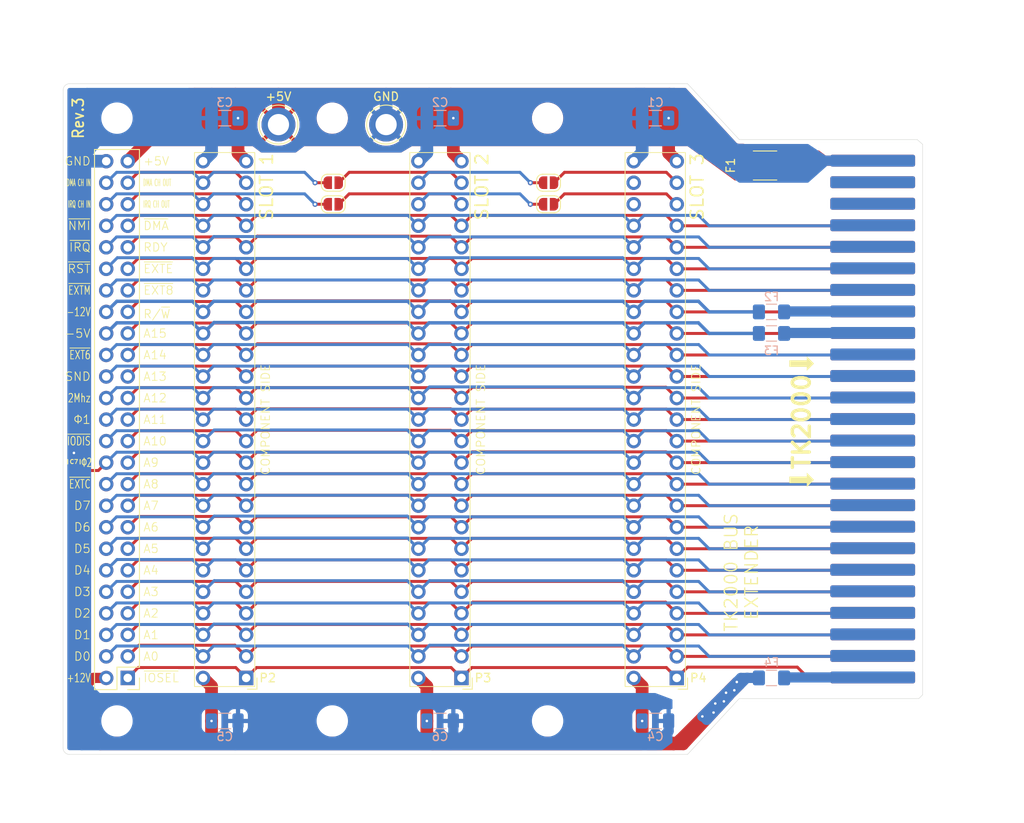
<source format=kicad_pcb>
(kicad_pcb
	(version 20241229)
	(generator "pcbnew")
	(generator_version "9.0")
	(general
		(thickness 1.6)
		(legacy_teardrops no)
	)
	(paper "A4")
	(layers
		(0 "F.Cu" signal)
		(2 "B.Cu" signal)
		(9 "F.Adhes" user "F.Adhesive")
		(11 "B.Adhes" user "B.Adhesive")
		(13 "F.Paste" user)
		(15 "B.Paste" user)
		(5 "F.SilkS" user "F.Silkscreen")
		(7 "B.SilkS" user "B.Silkscreen")
		(1 "F.Mask" user)
		(3 "B.Mask" user)
		(17 "Dwgs.User" user "User.Drawings")
		(19 "Cmts.User" user "User.Comments")
		(21 "Eco1.User" user "User.Eco1")
		(23 "Eco2.User" user "User.Eco2")
		(25 "Edge.Cuts" user)
		(27 "Margin" user)
		(31 "F.CrtYd" user "F.Courtyard")
		(29 "B.CrtYd" user "B.Courtyard")
		(35 "F.Fab" user)
		(33 "B.Fab" user)
		(39 "User.1" user)
		(41 "User.2" user)
		(43 "User.3" user)
		(45 "User.4" user)
	)
	(setup
		(pad_to_mask_clearance 0)
		(allow_soldermask_bridges_in_footprints no)
		(tenting front back)
		(pcbplotparams
			(layerselection 0x00000000_00000000_55555555_5755f5ff)
			(plot_on_all_layers_selection 0x00000000_00000000_00000000_00000000)
			(disableapertmacros no)
			(usegerberextensions no)
			(usegerberattributes yes)
			(usegerberadvancedattributes yes)
			(creategerberjobfile yes)
			(dashed_line_dash_ratio 12.000000)
			(dashed_line_gap_ratio 3.000000)
			(svgprecision 4)
			(plotframeref no)
			(mode 1)
			(useauxorigin no)
			(hpglpennumber 1)
			(hpglpenspeed 20)
			(hpglpendiameter 15.000000)
			(pdf_front_fp_property_popups yes)
			(pdf_back_fp_property_popups yes)
			(pdf_metadata yes)
			(pdf_single_document no)
			(dxfpolygonmode yes)
			(dxfimperialunits yes)
			(dxfusepcbnewfont yes)
			(psnegative no)
			(psa4output no)
			(plot_black_and_white yes)
			(sketchpadsonfab no)
			(plotpadnumbers no)
			(hidednponfab no)
			(sketchdnponfab yes)
			(crossoutdnponfab yes)
			(subtractmaskfromsilk no)
			(outputformat 1)
			(mirror no)
			(drillshape 0)
			(scaleselection 1)
			(outputdirectory "gerbers/")
		)
	)
	(net 0 "")
	(net 1 "GND")
	(net 2 "+5V")
	(net 3 "+12V")
	(net 4 "Net-(P1-Pin_25)")
	(net 5 "-12V")
	(net 6 "Net-(P1-Pin_33)")
	(net 7 "Net-(P1-Pin_34)")
	(net 8 "-5V")
	(net 9 "Net-(P1-Pin_50)")
	(net 10 "P2_RESET")
	(net 11 "P2_IRQ")
	(net 12 "P2_PHI1")
	(net 13 "P2_EXT8")
	(net 14 "unconnected-(P1-Pin_24-Pad24)")
	(net 15 "P2_A14")
	(net 16 "P2_A5")
	(net 17 "P2_A12")
	(net 18 "P2_EXTE")
	(net 19 "P2_IODIS")
	(net 20 "P2_DMA")
	(net 21 "P2_A8")
	(net 22 "P2_NMI")
	(net 23 "P2_A7")
	(net 24 "P2_A10")
	(net 25 "P2_D7")
	(net 26 "P2_A11")
	(net 27 "P2_A2")
	(net 28 "unconnected-(P1-Pin_27-Pad27)")
	(net 29 "P2_A9")
	(net 30 "P2_A1")
	(net 31 "P2_A0")
	(net 32 "P2_D1")
	(net 33 "P2_R~{W}")
	(net 34 "P2_RDY")
	(net 35 "P2_D0")
	(net 36 "P2_A3")
	(net 37 "unconnected-(P1-Pin_23-Pad23)")
	(net 38 "P2_D2")
	(net 39 "P2_EXTC")
	(net 40 "P2_SOUND")
	(net 41 "P2_D5")
	(net 42 "P2_EXTM")
	(net 43 "P2_2M")
	(net 44 "P2_A4")
	(net 45 "P2_EXT6")
	(net 46 "P2_A15")
	(net 47 "P2_PHI2")
	(net 48 "unconnected-(P1-Pin_28-Pad28)")
	(net 49 "P2_IOSEL")
	(net 50 "P2_A13")
	(net 51 "P2_D4")
	(net 52 "P2_D6")
	(net 53 "P2_A6")
	(net 54 "P2_D3")
	(net 55 "/ES2_P24")
	(net 56 "/DBG_P24")
	(net 57 "/ES2_P23")
	(net 58 "/DBG_P23")
	(net 59 "/ES2_P27")
	(net 60 "/DBG_P27")
	(net 61 "/ES2_P28")
	(net 62 "/DBG_P28")
	(net 63 "/ES3_P24")
	(net 64 "/ES3_P23")
	(net 65 "/ES3_P27")
	(net 66 "/ES3_P28")
	(footprint "TK2000:PinSocket_2x25_P2.54mm_Vertical" (layer "F.Cu") (at 100.33 41.656))
	(footprint "Jumper:SolderJumper-2_P1.3mm_Open_RoundedPad1.0x1.5mm" (layer "F.Cu") (at 87.742 44.196 180))
	(footprint "Fuse:Fuse_1812_4532Metric_Pad1.30x3.40mm_HandSolder" (layer "F.Cu") (at 138.684 42.164 180))
	(footprint "MountingHole:MountingHole_3.2mm_M3_ISO7380" (layer "F.Cu") (at 87.63 107.696))
	(footprint "Jumper:SolderJumper-2_P1.3mm_Open_RoundedPad1.0x1.5mm" (layer "F.Cu") (at 113.142 44.196 180))
	(footprint "TestPoint:TestPoint_Loop_D3.80mm_Drill2.5mm" (layer "F.Cu") (at 81.28 37.338))
	(footprint "Capacitor_SMD:C_0805_2012Metric_Pad1.18x1.45mm_HandSolder" (layer "F.Cu") (at 57.15 77.1105 90))
	(footprint "TK2000:PinSocket_2x25_P2.54mm_Vertical" (layer "F.Cu") (at 74.93 41.656))
	(footprint "Jumper:SolderJumper-2_P1.3mm_Open_RoundedPad1.0x1.5mm" (layer "F.Cu") (at 113.142 46.736 180))
	(footprint "TK2000:Conector Edge" (layer "F.Cu") (at 151.384 72.07645 90))
	(footprint "TK2000:PinSocket_2x25_P2.54mm_Vertical" (layer "F.Cu") (at 125.73 41.656))
	(footprint "TestPoint:TestPoint_Loop_D3.80mm_Drill2.5mm" (layer "F.Cu") (at 93.98 37.338))
	(footprint "MountingHole:MountingHole_3.2mm_M3_ISO7380" (layer "F.Cu") (at 113.03 107.696))
	(footprint "MountingHole:MountingHole_3.2mm_M3_ISO7380" (layer "F.Cu") (at 87.63 36.576))
	(footprint "Jumper:SolderJumper-2_P1.3mm_Open_RoundedPad1.0x1.5mm" (layer "F.Cu") (at 87.742 46.736 180))
	(footprint "MountingHole:MountingHole_3.2mm_M3_ISO7380" (layer "F.Cu") (at 62.23 36.576))
	(footprint "TK2000:PinHeader_2x25_P2.54mm_Vertical" (layer "F.Cu") (at 60.12 41.656))
	(footprint "MountingHole:MountingHole_3.2mm_M3_ISO7380" (layer "F.Cu") (at 113.03 36.576))
	(footprint "MountingHole:MountingHole_3.2mm_M3_ISO7380" (layer "F.Cu") (at 62.23 107.696))
	(footprint "Fuse:Fuse_1206_3216Metric_Pad1.42x1.75mm_HandSolder" (layer "B.Cu") (at 139.446 59.436))
	(footprint "Capacitor_SMD:C_1206_3216Metric_Pad1.33x1.80mm_HandSolder" (layer "B.Cu") (at 100.3475 107.696))
	(footprint "Fuse:Fuse_1206_3216Metric_Pad1.42x1.75mm_HandSolder" (layer "B.Cu") (at 139.446 61.976 180))
	(footprint "Capacitor_SMD:C_1206_3216Metric_Pad1.33x1.80mm_HandSolder" (layer "B.Cu") (at 74.9475 107.696))
	(footprint "Capacitor_SMD:C_1206_3216Metric_Pad1.33x1.80mm_HandSolder" (layer "B.Cu") (at 125.7475 107.696))
	(footprint "Capacitor_SMD:C_1206_3216Metric_Pad1.33x1.80mm_HandSolder" (layer "B.Cu") (at 74.9475 36.576 180))
	(footprint "Capacitor_SMD:C_1206_3216Metric_Pad1.33x1.80mm_HandSolder" (layer "B.Cu") (at 100.3475 36.576 180))
	(footprint "Fuse:Fuse_1206_3216Metric_Pad1.42x1.75mm_HandSolder" (layer "B.Cu") (at 139.446 102.616 180))
	(footprint "Capacitor_SMD:C_1206_3216Metric_Pad1.33x1.80mm_HandSolder" (layer "B.Cu") (at 125.7475 36.576 180))
	(gr_line
		(start 129.54 32.512)
		(end 56.642 32.512)
		(stroke
			(width 0.05)
			(type default)
		)
		(layer "Edge.Cuts")
		(uuid "4024b3a6-d8db-4ee5-84dc-385ea3b9ce7e")
	)
	(gr_line
		(start 157.2657 39.65975)
		(end 156.6307 39.10405)
		(stroke
			(width 0.05)
			(type solid)
		)
		(layer "Edge.Cuts")
		(uuid "46961bbb-9105-41da-b0d6-aa0acdd3a036")
	)
	(gr_line
		(start 135.636 105.04895)
		(end 129.54 111.64095)
		(stroke
			(width 0.05)
			(type solid)
		)
		(layer "Edge.Cuts")
		(uuid "4d7eddc7-8a36-41cc-8f65-e4e99458bfd7")
	)
	(gr_line
		(start 129.54 111.64095)
		(end 56.63005 111.64095)
		(stroke
			(width 0.05)
			(type solid)
		)
		(layer "Edge.Cuts")
		(uuid "4ddbf66d-7274-45a5-ba86-74cc1deb5f3c")
	)
	(gr_line
		(start 55.88 33.274)
		(end 55.86805 110.87895)
		(stroke
			(width 0.05)
			(type default)
		)
		(layer "Edge.Cuts")
		(uuid "597bbe98-9106-41b8-9ca5-2adb647f068d")
	)
	(gr_arc
		(start 56.63005 111.64095)
		(mid 56.091235 111.417765)
		(end 55.86805 110.87895)
		(stroke
			(width 0.05)
			(type default)
		)
		(layer "Edge.Cuts")
		(uuid "5c3f2325-7e7b-4dc1-8c3f-8f5efbc756db")
	)
	(gr_line
		(start 157.2657 104.61235)
		(end 157.2657 39.65975)
		(stroke
			(width 0.05)
			(type solid)
		)
		(layer "Edge.Cuts")
		(uuid "8a7a44ee-d2e6-4d5d-8908-665907501240")
	)
	(gr_line
		(start 156.6307 39.10405)
		(end 135.636 39.10405)
		(stroke
			(width 0.05)
			(type solid)
		)
		(layer "Edge.Cuts")
		(uuid "ac820e99-d595-4622-b139-21a89563cdff")
	)
	(gr_line
		(start 135.636 39.10405)
		(end 129.54 32.512)
		(stroke
			(width 0.05)
			(type default)
		)
		(layer "Edge.Cuts")
		(uuid "d524aed0-fcb0-44e1-97f4-0a7e9bbc1694")
	)
	(gr_arc
		(start 55.88 33.274)
		(mid 56.103185 32.735185)
		(end 56.642 32.512)
		(stroke
			(width 0.05)
			(type solid)
		)
		(layer "Edge.Cuts")
		(uuid "d73a9e0e-be60-4ab5-b8a1-4ad32470e674")
	)
	(gr_line
		(start 157.2657 104.61235)
		(end 156.8291 105.04895)
		(stroke
			(width 0.05)
			(type solid)
		)
		(layer "Edge.Cuts")
		(uuid "efeade17-a166-460f-a45c-47003c6be043")
	)
	(gr_line
		(start 135.636 105.04895)
		(end 156.8291 105.04895)
		(stroke
			(width 0.05)
			(type solid)
		)
		(layer "Edge.Cuts")
		(uuid "f80d0785-6077-4532-9d8e-e99caa776c86")
	)
	(gr_text "D1"
		(at 59.182 97.536 0)
		(layer "F.SilkS")
		(uuid "06919281-505d-4eec-baa1-1d36941ad271")
		(effects
			(font
				(size 1 1)
				(thickness 0.1)
			)
			(justify right)
		)
	)
	(gr_text "D5"
		(at 59.182 87.376 0)
		(layer "F.SilkS")
		(uuid "0c07d361-d28f-4eea-9a5a-749f31e21eb4")
		(effects
			(font
				(size 1 1)
				(thickness 0.1)
			)
			(justify right)
		)
	)
	(gr_text "A12"
		(at 65.278 69.596 0)
		(layer "F.SilkS")
		(uuid "14363174-d337-47fa-9ee7-d9c09c00a8fb")
		(effects
			(font
				(size 1 1)
				(thickness 0.1)
			)
			(justify left)
		)
	)
	(gr_text "-12V"
		(at 59.182 59.436 0)
		(layer "F.SilkS")
		(uuid "15501f80-2645-4e7e-a0bb-f7af44e7bcfc")
		(effects
			(font
				(size 1 0.7)
				(thickness 0.1)
			)
			(justify right)
		)
	)
	(gr_text "A8"
		(at 65.278 79.756 0)
		(layer "F.SilkS")
		(uuid "1cbd61ab-1d67-467c-b8b8-02b868810f08")
		(effects
			(font
				(size 1 1)
				(thickness 0.1)
			)
			(justify left)
		)
	)
	(gr_text "~{EXTE}"
		(at 65.278 54.356 0)
		(layer "F.SilkS")
		(uuid "1cd1f777-da8c-4eb6-9e62-28933d2bc42b")
		(effects
			(font
				(size 1 1)
				(thickness 0.1)
			)
			(justify left)
		)
	)
	(gr_text "~{DMA}"
		(at 65.278 49.276 0)
		(layer "F.SilkS")
		(uuid "1ff5a77b-5438-4605-b554-6348ac62aa8c")
		(effects
			(font
				(size 1 1)
				(thickness 0.1)
			)
			(justify left)
		)
	)
	(gr_text "Φ1"
		(at 59.182 72.136 0)
		(layer "F.SilkS")
		(uuid "2b2a7024-d622-4f72-b8e3-7274c25e8475")
		(effects
			(font
				(size 1 1)
				(thickness 0.1)
			)
			(justify right)
		)
	)
	(gr_text "GND"
		(at 59.182 41.656 0)
		(layer "F.SilkS")
		(uuid "3b7582a2-d7de-483d-82bd-fcf42b55bbc9")
		(effects
			(font
				(size 1 1)
				(thickness 0.1)
			)
			(justify right)
		)
	)
	(gr_text "~{EXTM}"
		(at 59.182 56.896 0)
		(layer "F.SilkS")
		(uuid "47e4fff3-f428-4606-aeeb-b0a35f276e09")
		(effects
			(font
				(size 1 0.7)
				(thickness 0.1)
			)
			(justify right)
		)
	)
	(gr_text "A1"
		(at 65.278 97.536 0)
		(layer "F.SilkS")
		(uuid "4d6410f4-164c-405e-9114-c83563b6789a")
		(effects
			(font
				(size 1 1)
				(thickness 0.1)
			)
			(justify left)
		)
	)
	(gr_text "COMPONENT SIDE"
		(at 130.556 72.136 90)
		(layer "F.SilkS")
		(uuid "504e3817-5bab-4adb-b6d5-b061dd3f6f73")
		(effects
			(font
				(size 1 1)
				(thickness 0.1)
			)
		)
	)
	(gr_text "~{EXT6}"
		(at 59.182 64.516 0)
		(layer "F.SilkS")
		(uuid "53e34d20-2d8d-4d1a-b84d-93c9d227e03c")
		(effects
			(font
				(size 1 0.7)
				(thickness 0.1)
			)
			(justify right)
		)
	)
	(gr_text "DMA CH IN"
		(at 59.182 44.196 0)
		(layer "F.SilkS")
		(uuid "56865d8f-4863-4b83-b9af-2a2688df7a1a")
		(effects
			(font
				(size 0.8 0.35)
				(thickness 0.08)
				(bold yes)
			)
			(justify right)
		)
	)
	(gr_text "D7"
		(at 59.182 82.296 0)
		(layer "F.SilkS")
		(uuid "5a2a7ede-d749-497d-b6a0-7a1ae21b9257")
		(effects
			(font
				(size 1 1)
				(thickness 0.1)
			)
			(justify right)
		)
	)
	(gr_text "A6"
		(at 65.278 84.836 0)
		(layer "F.SilkS")
		(uuid "5b553acd-0551-4add-84de-9b0ad42d7c9a")
		(effects
			(font
				(size 1 1)
				(thickness 0.1)
			)
			(justify left)
		)
	)
	(gr_text "SND"
		(at 59.182 67.056 0)
		(layer "F.SilkS")
		(uuid "5d986e14-71dc-4916-bf34-9cb2ee462567")
		(effects
			(font
				(size 1 1)
				(thickness 0.1)
			)
			(justify right)
		)
	)
	(gr_text "DMA CH OUT"
		(at 65.278 44.196 0)
		(layer "F.SilkS")
		(uuid "5e05d6f1-ed15-4caf-a044-9c1d76d0391d")
		(effects
			(font
				(size 0.8 0.35)
				(thickness 0.08)
				(bold yes)
			)
			(justify left)
		)
	)
	(gr_text "D3"
		(at 59.182 92.456 0)
		(layer "F.SilkS")
		(uuid "5fa61b0d-17b6-47aa-8456-7cfff35ce202")
		(effects
			(font
				(size 1 1)
				(thickness 0.1)
			)
			(justify right)
		)
	)
	(gr_text "⬇️"
		(at 143.256 65.532 90)
		(layer "F.SilkS")
		(uuid "674168e5-e18a-4a7a-86fc-820bf7d43efc")
		(effects
			(font
				(face "DejaVu Sans Mono")
				(size 4 4)
				(thickness 0.8)
				(bold yes)
			)
		)
		(render_cache "⬇️" 90
			(polygon
				(pts
					(xy 143.607102 65.921078) (xy 141.546914 65.921078) (xy 141.546914 65.142431) (xy 143.607102 65.142431)
					(xy 143.607102 64.680568) (xy 144.459754 65.530289) (xy 143.607102 66.382941)
				)
			)
		)
	)
	(gr_text "D4"
		(at 59.182 89.916 0)
		(layer "F.SilkS")
		(uuid "72be19be-7e16-4850-9c37-e6047f46659b")
		(effects
			(font
				(size 1 1)
				(thickness 0.1)
			)
			(justify right)
		)
	)
	(gr_text "A9"
		(at 65.278 77.216 0)
		(layer "F.SilkS")
		(uuid "75685429-ce27-4887-9334-731a2d9b5ec1")
		(effects
			(font
				(size 1 1)
				(thickness 0.1)
			)
			(justify left)
		)
	)
	(gr_text "D2"
		(at 59.182 94.996 0)
		(layer "F.SilkS")
		(uuid "75e4aa28-af26-4b12-80ca-f110ac436c21")
		(effects
			(font
				(size 1 1)
				(thickness 0.1)
			)
			(justify right)
		)
	)
	(gr_text "COMPONENT SIDE"
		(at 105.156 72.136 90)
		(layer "F.SilkS")
		(uuid "89e371b7-018e-4c4f-913b-8277c3398e13")
		(effects
			(font
				(size 1 1)
				(thickness 0.1)
			)
		)
	)
	(gr_text "D0"
		(at 59.182 100.076 0)
		(layer "F.SilkS")
		(uuid "9124fe9d-8fbb-4f0e-9d24-75751af0b604")
		(effects
			(font
				(size 1 1)
				(thickness 0.1)
			)
			(justify right)
		)
	)
	(gr_text "A4"
		(at 65.278 89.916 0)
		(layer "F.SilkS")
		(uuid "9b248ee5-56c0-44cc-bf31-65e6728168e9")
		(effects
			(font
				(size 1 1)
				(thickness 0.1)
			)
			(justify left)
		)
	)
	(gr_text "~{EXTC}"
		(at 59.182 79.756 0)
		(layer "F.SilkS")
		(uuid "9bd832ac-d90d-4a0f-a92f-90d3e229490b")
		(effects
			(font
				(size 1 0.7)
				(thickness 0.1)
			)
			(justify right)
		)
	)
	(gr_text "A14"
		(at 65.278 64.516 0)
		(layer "F.SilkS")
		(uuid "9e309f40-9df5-46d5-b6be-8d2847b69fb6")
		(effects
			(font
				(size 1 1)
				(thickness 0.1)
			)
			(justify left)
		)
	)
	(gr_text "~{NMI}"
		(at 59.182 49.276 0)
		(layer "F.SilkS")
		(uuid "9e9ecbe6-58b3-4b8f-b149-d71f8f63f398")
		(effects
			(font
				(size 1 1)
				(thickness 0.1)
			)
			(justify right)
		)
	)
	(gr_text "~{IODIS}"
		(at 59.182 74.676 0)
		(layer "F.SilkS")
		(uuid "a0d63019-7fec-4dcf-bd1d-1848cbe6288c")
		(effects
			(font
				(size 1 0.7)
				(thickness 0.1)
			)
			(justify right)
		)
	)
	(gr_text "A13"
		(at 65.278 67.056 0)
		(layer "F.SilkS")
		(uuid "a1d825ea-38c0-445f-988b-4f735c8997b3")
		(effects
			(font
				(size 1 1)
				(thickness 0.1)
			)
			(justify left)
		)
	)
	(gr_text "R/~{W}"
		(at 65.278 59.69 0)
		(layer "F.SilkS")
		(uuid "a29975bc-2b84-451b-ac18-36b8d0b1977c")
		(effects
			(font
				(size 1 1)
				(thickness 0.1)
			)
			(justify left)
		)
	)
	(gr_text "~{EXT8}"
		(at 65.278 56.896 0)
		(layer "F.SilkS")
		(uuid "a7ed4c72-2f5f-41a2-b033-16c771354ad3")
		(effects
			(font
				(size 1 1)
				(thickness 0.1)
			)
			(justify left)
		)
	)
	(gr_text "IRQ CH OUT"
		(at 65.278 46.736 0)
		(layer "F.SilkS")
		(uuid "a86e5fda-
... [172428 chars truncated]
</source>
